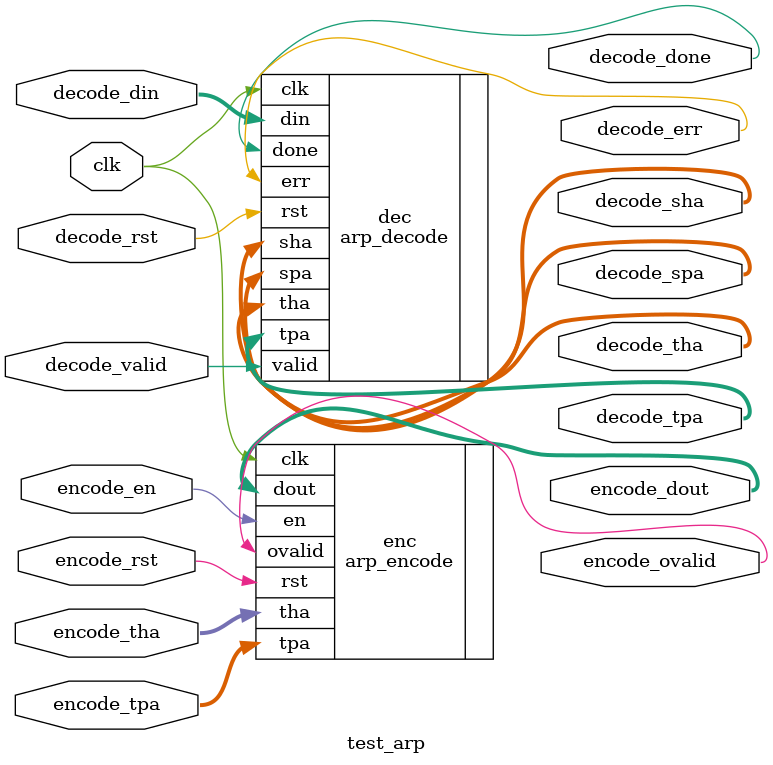
<source format=sv>
module test_arp(
  input clk,
  input decode_rst,
  input decode_valid,
  input [3:0] decode_din,
  output reg [47:0] decode_sha,
  output reg [47:0] decode_tha,
  output reg [31:0] decode_spa,
  output reg [31:0] decode_tpa,
  output reg decode_err,
  output reg decode_done,

  input encode_rst,
  input encode_en,
  input reg [47:0] encode_tha,
  input reg [31:0] encode_tpa,
  output reg encode_ovalid,
  output reg [7:0] encode_dout
  );
  arp_encode enc (
    .clk(clk),
    .rst(encode_rst),
    .en(encode_en),
    .tha(encode_tha),
    .tpa(encode_tpa),
    .ovalid(encode_ovalid),
    .dout(encode_dout)
    );

  arp_decode dec (
    .clk(clk),
    .rst(decode_rst),
    .valid(decode_valid),
    .din(decode_din),
    .sha(decode_sha),
    .tha(decode_tha),
    .spa(decode_spa),
    .tpa(decode_tpa),
    .err(decode_err),
    .done(decode_done)
    );
  endmodule

</source>
